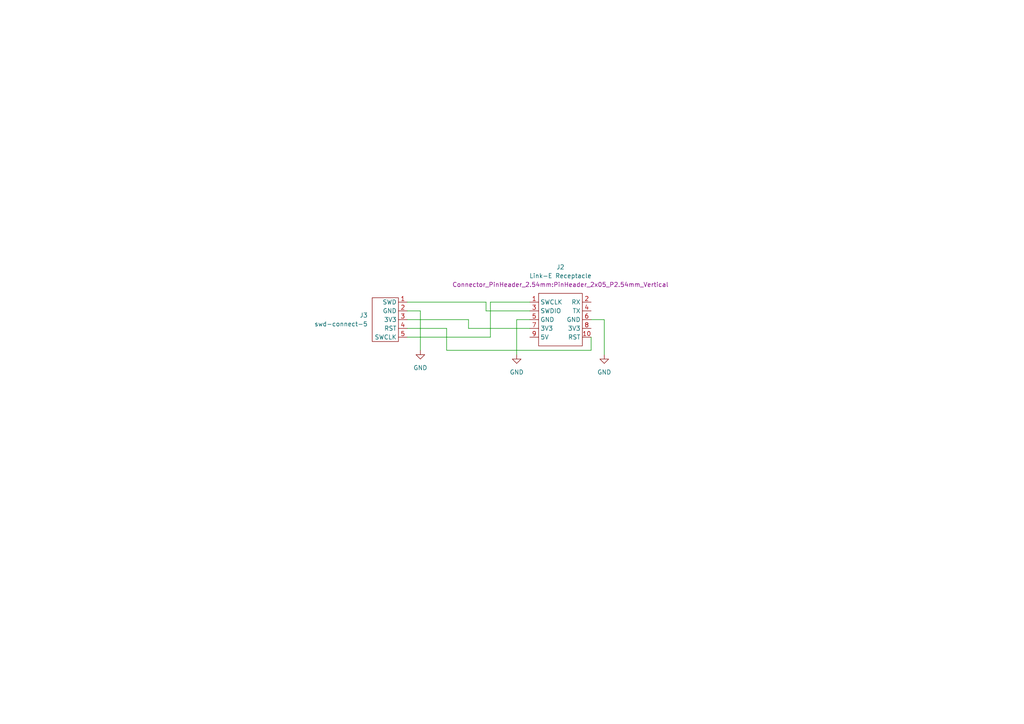
<source format=kicad_sch>
(kicad_sch (version 20230121) (generator eeschema)
  (paper "A4")
  (lib_symbols
    (symbol "power:GND" (power) (pin_names (offset 0))
      (property "Value" "GND" (at 0 -3.81 0))
      (symbol "GND_0_1"
        (polyline (pts (xy 0 0) (xy 0 -1.27) (xy 1.27 -1.27) (xy 0 -2.54) (xy -1.27 -1.27) (xy 0 -1.27)))
      )
      (symbol "GND_1_1"
        (pin power_in line (at 0 0 270) (length 0) hide (name "GND") (number "1"))
      )
    )
    (symbol "zl4aa:Link-E"
      (property "Reference" "J" (at 0 0 0))
      (property "Value" "Link-E Receptacle" (at 0 -8.89 0))
      (property "Footprint" "Connector_PinHeader_2.54mm:PinHeader_2x05_P2.54mm_Vertical" (at 1.27 -13.97 0))
      (symbol "Link-E_0_0"
        (pin unspecified line (at -8.89 5.08 0) (length 2.54) (name "SWCLK") (number "1"))
      )
      (symbol "Link-E_0_1"
        (rectangle (start -6.35 7.62) (end 6.35 -7.62))
      )
      (symbol "Link-E_1_1"
        (pin unspecified line (at 8.89 -5.08 180) (length 2.54) (name "RST") (number "10"))
        (pin unspecified line (at 8.89 5.08 180) (length 2.54) (name "RX") (number "2"))
        (pin unspecified line (at -8.89 2.54 0) (length 2.54) (name "SWDIO") (number "3"))
        (pin unspecified line (at 8.89 2.54 180) (length 2.54) (name "TX") (number "4"))
        (pin unspecified line (at -8.89 0 0) (length 2.54) (name "GND") (number "5"))
        (pin unspecified line (at 8.89 0 180) (length 2.54) (name "GND") (number "6"))
        (pin unspecified line (at -8.89 -2.54 0) (length 2.54) (name "3V3") (number "7"))
        (pin unspecified line (at 8.89 -2.54 180) (length 2.54) (name "3V3") (number "8"))
        (pin unspecified line (at -8.89 -5.08 0) (length 2.54) (name "5V") (number "9"))
      )
    )
    (symbol "zl4aa:swd-connect-5" (in_bom no)
      (property "Reference" "J" (at 0 7.62 0))
      (property "Value" "swd-connect-5" (at 0 -7.62 0))
      (symbol "swd-connect-5_0_1"
        (rectangle (start -3.81 6.35) (end 3.81 -6.35))
      )
      (symbol "swd-connect-5_1_1"
        (pin unspecified line (at -6.35 5.08 0) (length 2.54) (name "SWD") (number "1"))
        (pin unspecified line (at -6.35 2.54 0) (length 2.54) (name "GND") (number "2"))
        (pin unspecified line (at -6.35 0 0) (length 2.54) (name "3V3") (number "3"))
        (pin unspecified line (at -6.35 -2.54 0) (length 2.54) (name "RST") (number "4"))
        (pin unspecified line (at -6.35 -5.08 0) (length 2.54) (name "SWCLK") (number "5"))
      )
    )
  )
  (wire (pts (xy 175.26 92.71) (xy 171.45 92.71)))
  (wire (pts (xy 153.67 92.71) (xy 149.86 92.71)))
  (wire (pts (xy 118.11 95.25) (xy 129.54 95.25)))
  (wire (pts (xy 175.26 102.87) (xy 175.26 92.71)))
  (wire (pts (xy 142.24 87.63) (xy 153.67 87.63)))
  (wire (pts (xy 129.54 95.25) (xy 129.54 101.6)))
  (wire (pts (xy 140.97 87.63) (xy 140.97 90.17)))
  (wire (pts (xy 142.24 87.63) (xy 142.24 97.79)))
  (wire (pts (xy 140.97 90.17) (xy 153.67 90.17)))
  (wire (pts (xy 149.86 92.71) (xy 149.86 102.87)))
  (wire (pts (xy 121.92 90.17) (xy 121.92 101.6)))
  (wire (pts (xy 118.11 90.17) (xy 121.92 90.17)))
  (wire (pts (xy 135.89 92.71) (xy 135.89 95.25)))
  (wire (pts (xy 135.89 95.25) (xy 153.67 95.25)))
  (wire (pts (xy 171.45 101.6) (xy 171.45 97.79)))
  (wire (pts (xy 142.24 97.79) (xy 118.11 97.79)))
  (wire (pts (xy 129.54 101.6) (xy 171.45 101.6)))
  (wire (pts (xy 118.11 87.63) (xy 140.97 87.63)))
  (wire (pts (xy 118.11 92.71) (xy 135.89 92.71)))
  (symbol (lib_id "power:GND") (at 121.92 101.6 0) (unit 1)
    (property "Reference" "#PWR01" (effects hide))
    (property "Value" "GND" (at 121.92 106.68 0))
  )
  (symbol (lib_id "zl4aa:Link-E") (at 162.56 92.71 0) (unit 1)
    (property "Reference" "J2" (at 162.56 77.47 0))
    (property "Value" "Link-E Receptacle" (at 162.56 80.01 0))
    (property "Footprint" "Connector_PinHeader_2.54mm:PinHeader_2x05_P2.54mm_Vertical" (at 162.56 82.55 0))
    (property "Sim.Enable" "0" (effects hide))
  )
  (symbol (lib_id "power:GND") (at 149.86 102.87 0) (unit 1)
    (property "Reference" "#PWR03" (effects hide))
    (property "Value" "GND" (at 149.86 107.95 0))
  )
  (symbol (lib_id "zl4aa:swd-connect-5") (at 111.76 92.71 0) (mirror y) (unit 1) (in_bom no)
    (property "Reference" "J3" (at 106.68 91.44 0) (effects (justify left)))
    (property "Value" "swd-connect-5" (at 106.68 93.98 0) (effects (justify left)))
    (property "Footprint" "ZL4AA:swd-connect-5-programmer" (effects hide))
  )
  (symbol (lib_id "power:GND") (at 175.26 102.87 0) (unit 1)
    (property "Reference" "#PWR02" (effects hide))
    (property "Value" "GND" (at 175.26 107.95 0))
  )
)
</source>
